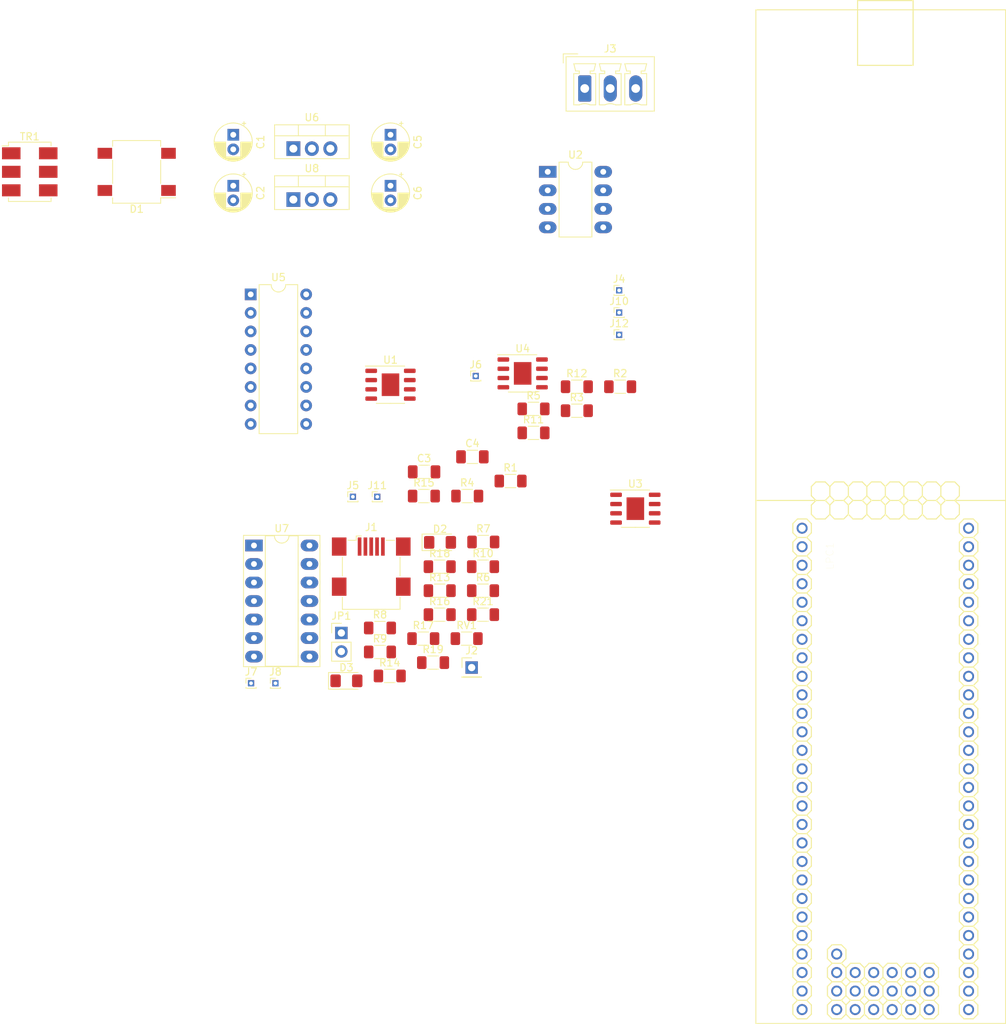
<source format=kicad_pcb>
(kicad_pcb (version 20171130) (host pcbnew "(5.1.10)-1")
  (layers (0 F.Cu signal) (31 B.Cu signal) (34 B.Paste user) (35 F.Paste user) (36 B.SilkS user) (37 F.SilkS user) (38 B.Mask user) (39 F.Mask user) (44 Edge.Cuts user))
  (net 0 "")
  (net 1 "Net-(C1-Pad1)")
  (net 2 GND)
  (net 3 "Net-(C2-Pad2)")
  (net 4 +5V)
  (net 5 -5V)
  (net 6 "Net-(D1-Pad3)")
  (net 7 "Net-(D1-Pad4)")
  (net 8 "Net-(D2-Pad1)")
  (net 9 "Net-(D2-Pad2)")
  (net 10 "Net-(J1-Pad1)")
  (net 11 "Net-(J1-Pad2)")
  (net 12 "Net-(J1-Pad3)")
  (net 13 "Net-(J1-Pad4)")
  (net 14 "Net-(J2-Pad1)")
  (net 15 "Net-(J3-Pad1)")
  (net 16 "Net-(J3-Pad2)")
  (net 17 "Net-(J3-Pad3)")
  (net 18 /salida_dac/I_IN)
  (net 19 /salida_dac/V_IN)
  (net 20 /salida_dac/VIN)
  (net 21 "Net-(J7-Pad1)")
  (net 22 "Net-(J8-Pad1)")
  (net 23 "Net-(JP1-Pad2)")
  (net 24 "Net-(R1-Pad2)")
  (net 25 "Net-(R1-Pad1)")
  (net 26 "Net-(R2-Pad1)")
  (net 27 "Net-(R3-Pad2)")
  (net 28 "Net-(R4-Pad1)")
  (net 29 "Net-(R13-Pad2)")
  (net 30 "Net-(R7-Pad1)")
  (net 31 /salida_dac/VOffset)
  (net 32 "Net-(R8-Pad2)")
  (net 33 "Net-(R14-Pad1)")
  (net 34 "Net-(R10-Pad2)")
  (net 35 "Net-(R11-Pad2)")
  (net 36 "Net-(R12-Pad2)")
  (net 37 "Net-(R15-Pad2)")
  (net 38 "Net-(R17-Pad1)")
  (net 39 "Net-(R18-Pad1)")
  (net 40 "Net-(R19-Pad2)")
  (net 41 "Net-(RV1-Pad2)")
  (net 42 "Net-(TR1-Pad1)")
  (net 43 "Net-(TR1-Pad3)")
  (net 44 "Net-(U1-Pad1)")
  (net 45 "Net-(U1-Pad5)")
  (net 46 "Net-(U1-Pad8)")
  (net 47 "Net-(U3-Pad8)")
  (net 48 "Net-(U3-Pad5)")
  (net 49 "Net-(U3-Pad1)")
  (net 50 "Net-(U4-Pad1)")
  (net 51 "Net-(U4-Pad5)")
  (net 52 "Net-(U4-Pad8)")
  (net 53 /salida_dac/gan_x1)
  (net 54 /salida_dac/gan_x5)
  (net 55 /salida_dac/gan_x10)
  (net 56 /salida_dac/gan_x0.1)
  (net 57 "Net-(LPC1-Pad3)")
  (net 58 "Net-(LPC1-Pad4)")
  (net 59 "Net-(LPC1-Pad5)")
  (net 60 "Net-(LPC1-Pad6)")
  (net 61 "Net-(LPC1-Pad7)")
  (net 62 "Net-(LPC1-Pad8)")
  (net 63 "Net-(LPC1-Pad9)")
  (net 64 "Net-(LPC1-Pad10)")
  (net 65 "Net-(LPC1-Pad11)")
  (net 66 "Net-(LPC1-Pad12)")
  (net 67 "Net-(LPC1-Pad13)")
  (net 68 "Net-(LPC1-Pad14)")
  (net 69 "Net-(LPC1-Pad17)")
  (net 70 "Net-(LPC1-Pad19)")
  (net 71 "Net-(LPC1-Pad20)")
  (net 72 "Net-(LPC1-Pad21)")
  (net 73 "Net-(LPC1-Pad22)")
  (net 74 "Net-(LPC1-Pad23)")
  (net 75 "Net-(LPC1-Pad24)")
  (net 76 "Net-(LPC1-Pad25)")
  (net 77 "Net-(LPC1-Pad26)")
  (net 78 "Net-(LPC1-Pad27)")
  (net 79 "Net-(LPC1-Pad28)")
  (net 80 "Net-(LPC1-Pad29)")
  (net 81 "Net-(LPC1-Pad30)")
  (net 82 "Net-(LPC1-Pad31)")
  (net 83 "Net-(LPC1-Pad32)")
  (net 84 "Net-(LPC1-Pad33)")
  (net 85 "Net-(LPC1-Pad34)")
  (net 86 "Net-(LPC1-Pad35)")
  (net 87 "Net-(LPC1-Pad38)")
  (net 88 "Net-(LPC1-Pad39)")
  (net 89 "Net-(LPC1-Pad40)")
  (net 90 "Net-(LPC1-Pad41)")
  (net 91 "Net-(LPC1-Pad42)")
  (net 92 "Net-(LPC1-Pad43)")
  (net 93 "Net-(LPC1-Pad44)")
  (net 94 "Net-(LPC1-Pad45)")
  (net 95 "Net-(LPC1-Pad46)")
  (net 96 "Net-(LPC1-Pad51)")
  (net 97 "Net-(LPC1-Pad52)")
  (net 98 "Net-(LPC1-Pad53)")
  (net 99 "Net-(LPC1-Pad55)")
  (net 100 "Net-(LPC1-Pad56)")
  (net 101 "Net-(LPC1-Pad57)")
  (net 102 "Net-(LPC1-Pad58)")
  (net 103 "Net-(LPC1-Pad59)")
  (net 104 "Net-(LPC1-Pad60)")
  (net 105 "Net-(LPC1-Pad61)")
  (net 106 "Net-(LPC1-Pad62)")
  (net 107 "Net-(LPC1-Pad63)")
  (net 108 "Net-(LPC1-Pad64)")
  (net 109 "Net-(LPC1-Pad65)")
  (net 110 "Net-(LPC1-Pad66)")
  (net 111 "Net-(LPC1-Pad67)")
  (net 112 "Net-(LPC1-Pad68)")
  (net 113 "Net-(LPC1-Pad69)")
  (net 114 "Net-(LPC1-Pad70)")
  (net 115 "Net-(LPC1-Pad71)")
  (net 116 "Net-(LPC1-Pad72)")
  (net 117 "Net-(LPC1-Pad73)")
  (module Capacitor_THT:CP_Radial_D5.0mm_P2.00mm (layer F.Cu) (at 110.49 33.02 270)
    (fp_text reference C1 (at 1 -3.75 90) (layer F.SilkS))
    (fp_text value 10uF)
    (pad 1 thru_hole rect (at 0 0 270) (size 1.6 1.6) (drill 0.8) (layers *.Cu *.Mask) (net 1 "Net-(C1-Pad1)"))
    (pad 2 thru_hole circle (at 2 0 270) (size 1.6 1.6) (drill 0.8) (layers *.Cu *.Mask) (net 2 GND))
  )
  (module Capacitor_THT:CP_Radial_D5.0mm_P2.00mm (layer F.Cu) (at 110.49 40.009888 270)
    (fp_text reference C2 (at 1 -3.75 90) (layer F.SilkS))
    (fp_text value 10uF)
    (pad 2 thru_hole circle (at 2 0 270) (size 1.6 1.6) (drill 0.8) (layers *.Cu *.Mask) (net 3 "Net-(C2-Pad2)"))
    (pad 1 thru_hole rect (at 0 0 270) (size 1.6 1.6) (drill 0.8) (layers *.Cu *.Mask) (net 2 GND))
  )
  (module Capacitor_SMD:C_1206_3216Metric_Pad1.33x1.80mm_HandSolder (layer F.Cu) (at 136.695001 79.265001)
    (fp_text reference C3 (at 0 -1.85) (layer F.SilkS))
    (fp_text value 100nF)
    (pad 1 smd roundrect (at -1.5625 0) (size 1.325 1.8) (layers F.Cu F.Paste F.Mask) (roundrect_rratio 0.188679) (net 1 "Net-(C1-Pad1)"))
    (pad 2 smd roundrect (at 1.5625 0) (size 1.325 1.8) (layers F.Cu F.Paste F.Mask) (roundrect_rratio 0.188679) (net 2 GND))
  )
  (module Capacitor_SMD:C_1206_3216Metric_Pad1.33x1.80mm_HandSolder (layer F.Cu) (at 143.325001 77.205001)
    (fp_text reference C4 (at 0 -1.85) (layer F.SilkS))
    (fp_text value 100nF)
    (pad 2 smd roundrect (at 1.5625 0) (size 1.325 1.8) (layers F.Cu F.Paste F.Mask) (roundrect_rratio 0.188679) (net 3 "Net-(C2-Pad2)"))
    (pad 1 smd roundrect (at -1.5625 0) (size 1.325 1.8) (layers F.Cu F.Paste F.Mask) (roundrect_rratio 0.188679) (net 2 GND))
  )
  (module Capacitor_THT:CP_Radial_D5.0mm_P2.00mm (layer F.Cu) (at 132.08 33.02 270)
    (fp_text reference C5 (at 1 -3.75 90) (layer F.SilkS))
    (fp_text value 10uF)
    (pad 1 thru_hole rect (at 0 0 270) (size 1.6 1.6) (drill 0.8) (layers *.Cu *.Mask) (net 4 +5V))
    (pad 2 thru_hole circle (at 2 0 270) (size 1.6 1.6) (drill 0.8) (layers *.Cu *.Mask) (net 2 GND))
  )
  (module Capacitor_THT:CP_Radial_D5.0mm_P2.00mm (layer F.Cu) (at 132.08 40.009888 270)
    (fp_text reference C6 (at 1 -3.75 90) (layer F.SilkS))
    (fp_text value 10uF)
    (pad 2 thru_hole circle (at 2 0 270) (size 1.6 1.6) (drill 0.8) (layers *.Cu *.Mask) (net 5 -5V))
    (pad 1 thru_hole rect (at 0 0 270) (size 1.6 1.6) (drill 0.8) (layers *.Cu *.Mask) (net 2 GND))
  )
  (module Diode_SMD:Diode_Bridge_Vishay_DFS (layer F.Cu) (at 97.23 38.11 180)
    (fp_text reference D1 (at 0 -5.1) (layer F.SilkS))
    (fp_text value D_Bridge_+-AA)
    (pad 1 smd rect (at -4.37 -2.55 180) (size 2 1.5) (layers F.Cu F.Paste F.Mask) (net 1 "Net-(C1-Pad1)"))
    (pad 2 smd rect (at -4.37 2.55 180) (size 2 1.5) (layers F.Cu F.Paste F.Mask) (net 3 "Net-(C2-Pad2)"))
    (pad 3 smd rect (at 4.37 2.55 180) (size 2 1.5) (layers F.Cu F.Paste F.Mask) (net 6 "Net-(D1-Pad3)"))
    (pad 4 smd rect (at 4.37 -2.55 180) (size 2 1.5) (layers F.Cu F.Paste F.Mask) (net 7 "Net-(D1-Pad4)"))
  )
  (module Diode_SMD:D_1206_3216Metric_Pad1.42x1.75mm_HandSolder (layer F.Cu) (at 138.880001 88.935001)
    (fp_text reference D2 (at 0 -1.82) (layer F.SilkS))
    (fp_text value 1N4007)
    (pad 1 smd roundrect (at -1.4875 0) (size 1.425 1.75) (layers F.Cu F.Paste F.Mask) (roundrect_rratio 0.175439) (net 8 "Net-(D2-Pad1)"))
    (pad 2 smd roundrect (at 1.4875 0) (size 1.425 1.75) (layers F.Cu F.Paste F.Mask) (roundrect_rratio 0.175439) (net 9 "Net-(D2-Pad2)"))
  )
  (module Diode_SMD:D_1206_3216Metric_Pad1.42x1.75mm_HandSolder (layer F.Cu) (at 126.030001 107.935001)
    (fp_text reference D3 (at 0 -1.82) (layer F.SilkS))
    (fp_text value 1N4007)
    (pad 2 smd roundrect (at 1.4875 0) (size 1.425 1.75) (layers F.Cu F.Paste F.Mask) (roundrect_rratio 0.175439) (net 8 "Net-(D2-Pad1)"))
    (pad 1 smd roundrect (at -1.4875 0) (size 1.425 1.75) (layers F.Cu F.Paste F.Mask) (roundrect_rratio 0.175439) (net 2 GND))
  )
  (module Connector_USB:USB_Mini-B_Wuerth_65100516121_Horizontal (layer F.Cu) (at 129.435001 92.115001)
    (fp_text reference J1 (at 0 -5.25) (layer F.SilkS))
    (fp_text value USB_B_Micro)
    (pad 6 smd rect (at -4.4 2.9) (size 2 2.5) (layers F.Cu F.Paste F.Mask) (net 2 GND))
    (pad 6 smd rect (at 4.4 2.9) (size 2 2.5) (layers F.Cu F.Paste F.Mask) (net 2 GND))
    (pad 6 smd rect (at -4.4 -2.6) (size 2 2.5) (layers F.Cu F.Paste F.Mask) (net 2 GND))
    (pad 6 smd rect (at 4.4 -2.6) (size 2 2.5) (layers F.Cu F.Paste F.Mask) (net 2 GND))
    (pad 1 smd rect (at -1.6 -2.6) (size 0.5 2.5) (layers F.Cu F.Paste F.Mask) (net 10 "Net-(J1-Pad1)"))
    (pad 2 smd rect (at -0.8 -2.6) (size 0.5 2.5) (layers F.Cu F.Paste F.Mask) (net 11 "Net-(J1-Pad2)"))
    (pad 3 smd rect (at 0 -2.6) (size 0.5 2.5) (layers F.Cu F.Paste F.Mask) (net 12 "Net-(J1-Pad3)"))
    (pad 4 smd rect (at 0.8 -2.6) (size 0.5 2.5) (layers F.Cu F.Paste F.Mask) (net 13 "Net-(J1-Pad4)"))
    (pad 5 smd rect (at 1.6 -2.6) (size 0.5 2.5) (layers F.Cu F.Paste F.Mask) (net 2 GND))
    (pad "" np_thru_hole circle (at -2.2 0) (size 0.9 0.9) (drill 0.9) (layers *.Cu *.Mask))
    (pad "" np_thru_hole circle (at 2.2 0) (size 0.9 0.9) (drill 0.9) (layers *.Cu *.Mask))
  )
  (module Connector_PinHeader_2.54mm:PinHeader_1x01_P2.54mm_Vertical (layer F.Cu) (at 143.225001 106.115001)
    (fp_text reference J2 (at 0 -2.33) (layer F.SilkS))
    (fp_text value test_DAC)
    (pad 1 thru_hole rect (at 0 0) (size 1.7 1.7) (drill 1) (layers *.Cu *.Mask) (net 14 "Net-(J2-Pad1)"))
  )
  (module Connector_Phoenix_MC:PhoenixContact_MCV_1,5_3-G-3.5_1x03_P3.50mm_Vertical (layer F.Cu) (at 158.75 26.67)
    (fp_text reference J3 (at 3.5 -5.45) (layer F.SilkS))
    (fp_text value Conn_01x03_Male)
    (pad 1 thru_hole roundrect (at 0 0) (size 1.8 3.6) (drill 1.2) (layers *.Cu *.Mask) (roundrect_rratio 0.138889) (net 15 "Net-(J3-Pad1)"))
    (pad 2 thru_hole oval (at 3.5 0) (size 1.8 3.6) (drill 1.2) (layers *.Cu *.Mask) (net 16 "Net-(J3-Pad2)"))
    (pad 3 thru_hole oval (at 7 0) (size 1.8 3.6) (drill 1.2) (layers *.Cu *.Mask) (net 17 "Net-(J3-Pad3)"))
  )
  (module Connector_PinHeader_1.00mm:PinHeader_1x01_P1.00mm_Vertical (layer F.Cu) (at 163.475001 54.365001)
    (fp_text reference J4 (at 0 -1.56) (layer F.SilkS))
    (fp_text value test_I)
    (pad 1 thru_hole rect (at 0 0) (size 0.85 0.85) (drill 0.5) (layers *.Cu *.Mask) (net 18 /salida_dac/I_IN))
  )
  (module Connector_PinHeader_1.00mm:PinHeader_1x01_P1.00mm_Vertical (layer F.Cu) (at 126.915001 82.685001)
    (fp_text reference J5 (at 0 -1.56) (layer F.SilkS))
    (fp_text value test_V)
    (pad 1 thru_hole rect (at 0 0) (size 0.85 0.85) (drill 0.5) (layers *.Cu *.Mask) (net 19 /salida_dac/V_IN))
  )
  (module Connector_PinHeader_1.00mm:PinHeader_1x01_P1.00mm_Vertical (layer F.Cu) (at 143.785001 66.115001)
    (fp_text reference J6 (at 0 -1.56) (layer F.SilkS))
    (fp_text value test_DAC)
    (pad 1 thru_hole rect (at 0 0) (size 0.85 0.85) (drill 0.5) (layers *.Cu *.Mask) (net 20 /salida_dac/VIN))
  )
  (module Connector_PinHeader_1.00mm:PinHeader_1x01_P1.00mm_Vertical (layer F.Cu) (at 112.935001 108.265001)
    (fp_text reference J7 (at 0 -1.56) (layer F.SilkS))
    (fp_text value test_I)
    (pad 1 thru_hole rect (at 0 0) (size 0.85 0.85) (drill 0.5) (layers *.Cu *.Mask) (net 21 "Net-(J7-Pad1)"))
  )
  (module Connector_PinHeader_1.00mm:PinHeader_1x01_P1.00mm_Vertical (layer F.Cu) (at 116.285001 108.265001)
    (fp_text reference J8 (at 0 -1.56) (layer F.SilkS))
    (fp_text value test_V)
    (pad 1 thru_hole rect (at 0 0) (size 0.85 0.85) (drill 0.5) (layers *.Cu *.Mask) (net 22 "Net-(J8-Pad1)"))
  )
  (module Connector_PinHeader_1.00mm:PinHeader_1x01_P1.00mm_Vertical (layer F.Cu) (at 163.475001 57.415001)
    (fp_text reference J10 (at 0 -1.56) (layer F.SilkS))
    (fp_text value test_GND)
    (pad 1 thru_hole rect (at 0 0) (size 0.85 0.85) (drill 0.5) (layers *.Cu *.Mask) (net 2 GND))
  )
  (module Connector_PinHeader_1.00mm:PinHeader_1x01_P1.00mm_Vertical (layer F.Cu) (at 130.265001 82.685001)
    (fp_text reference J11 (at 0 -1.56) (layer F.SilkS))
    (fp_text value test_GND)
    (pad 1 thru_hole rect (at 0 0) (size 0.85 0.85) (drill 0.5) (layers *.Cu *.Mask) (net 2 GND))
  )
  (module Connector_PinHeader_1.00mm:PinHeader_1x01_P1.00mm_Vertical (layer F.Cu) (at 163.475001 60.465001)
    (fp_text reference J12 (at 0 -1.56) (layer F.SilkS))
    (fp_text value test_GND)
    (pad 1 thru_hole rect (at 0 0) (size 0.85 0.85) (drill 0.5) (layers *.Cu *.Mask) (net 2 GND))
  )
  (module Connector_PinHeader_2.54mm:PinHeader_1x02_P2.54mm_Vertical (layer F.Cu) (at 125.335001 101.365001)
    (fp_text reference JP1 (at 0 -2.33) (layer F.SilkS))
    (fp_text value alimentacion_lpc)
    (pad 1 thru_hole rect (at 0 0) (size 1.7 1.7) (drill 1) (layers *.Cu *.Mask) (net 4 +5V))
    (pad 2 thru_hole oval (at 0 2.54) (size 1.7 1.7) (drill 1) (layers *.Cu *.Mask) (net 23 "Net-(JP1-Pad2)"))
  )
  (module Resistor_SMD:R_1206_3216Metric_Pad1.30x1.75mm_HandSolder (layer F.Cu) (at 148.565001 80.525001)
    (fp_text reference R1 (at 0 -1.82) (layer F.SilkS))
    (fp_text value 1K)
    (pad 2 smd roundrect (at 1.55 0) (size 1.3 1.75) (layers F.Cu F.Paste F.Mask) (roundrect_rratio 0.192308) (net 24 "Net-(R1-Pad2)"))
    (pad 1 smd roundrect (at -1.55 0) (size 1.3 1.75) (layers F.Cu F.Paste F.Mask) (roundrect_rratio 0.192308) (net 25 "Net-(R1-Pad1)"))
  )
  (module Resistor_SMD:R_1206_3216Metric_Pad1.30x1.75mm_HandSolder (layer F.Cu) (at 163.615001 67.585001)
    (fp_text reference R2 (at 0 -1.82) (layer F.SilkS))
    (fp_text value 100K)
    (pad 1 smd roundrect (at -1.55 0) (size 1.3 1.75) (layers F.Cu F.Paste F.Mask) (roundrect_rratio 0.192308) (net 26 "Net-(R2-Pad1)"))
    (pad 2 smd roundrect (at 1.55 0) (size 1.3 1.75) (layers F.Cu F.Paste F.Mask) (roundrect_rratio 0.192308) (net 20 /salida_dac/VIN))
  )
  (module Resistor_SMD:R_1206_3216Metric_Pad1.30x1.75mm_HandSolder (layer F.Cu) (at 157.665001 70.875001)
    (fp_text reference R3 (at 0 -1.82) (layer F.SilkS))
    (fp_text value 100K)
    (pad 2 smd roundrect (at 1.55 0) (size 1.3 1.75) (layers F.Cu F.Paste F.Mask) (roundrect_rratio 0.192308) (net 27 "Net-(R3-Pad2)"))
    (pad 1 smd roundrect (at -1.55 0) (size 1.3 1.75) (layers F.Cu F.Paste F.Mask) (roundrect_rratio 0.192308) (net 26 "Net-(R2-Pad1)"))
  )
  (module Resistor_SMD:R_1206_3216Metric_Pad1.30x1.75mm_HandSolder (layer F.Cu) (at 142.615001 82.585001)
    (fp_text reference R4 (at 0 -1.82) (layer F.SilkS))
    (fp_text value 10K)
    (pad 1 smd roundrect (at -1.55 0) (size 1.3 1.75) (layers F.Cu F.Paste F.Mask) (roundrect_rratio 0.192308) (net 28 "Net-(R4-Pad1)"))
    (pad 2 smd roundrect (at 1.55 0) (size 1.3 1.75) (layers F.Cu F.Paste F.Mask) (roundrect_rratio 0.192308) (net 25 "Net-(R1-Pad1)"))
  )
  (module Resistor_SMD:R_1206_3216Metric_Pad1.30x1.75mm_HandSolder (layer F.Cu) (at 151.715001 70.625001)
    (fp_text reference R5 (at 0 -1.82) (layer F.SilkS))
    (fp_text value 6K8)
    (pad 2 smd roundrect (at 1.55 0) (size 1.3 1.75) (layers F.Cu F.Paste F.Mask) (roundrect_rratio 0.192308) (net 28 "Net-(R4-Pad1)"))
    (pad 1 smd roundrect (at -1.55 0) (size 1.3 1.75) (layers F.Cu F.Paste F.Mask) (roundrect_rratio 0.192308) (net 15 "Net-(J3-Pad1)"))
  )
  (module Resistor_SMD:R_1206_3216Metric_Pad1.30x1.75mm_HandSolder (layer F.Cu) (at 144.785001 95.565001)
    (fp_text reference R6 (at 0 -1.82) (layer F.SilkS))
    (fp_text value 10K)
    (pad 2 smd roundrect (at 1.55 0) (size 1.3 1.75) (layers F.Cu F.Paste F.Mask) (roundrect_rratio 0.192308) (net 14 "Net-(J2-Pad1)"))
    (pad 1 smd roundrect (at -1.55 0) (size 1.3 1.75) (layers F.Cu F.Paste F.Mask) (roundrect_rratio 0.192308) (net 29 "Net-(R13-Pad2)"))
  )
  (module Resistor_SMD:R_1206_3216Metric_Pad1.30x1.75mm_HandSolder (layer F.Cu) (at 144.825001 88.885001)
    (fp_text reference R7 (at 0 -1.82) (layer F.SilkS))
    (fp_text value 10K)
    (pad 1 smd roundrect (at -1.55 0) (size 1.3 1.75) (layers F.Cu F.Paste F.Mask) (roundrect_rratio 0.192308) (net 30 "Net-(R7-Pad1)"))
    (pad 2 smd roundrect (at 1.55 0) (size 1.3 1.75) (layers F.Cu F.Paste F.Mask) (roundrect_rratio 0.192308) (net 31 /salida_dac/VOffset))
  )
  (module Resistor_SMD:R_1206_3216Metric_Pad1.30x1.75mm_HandSolder (layer F.Cu) (at 130.635001 100.685001)
    (fp_text reference R8 (at 0 -1.82) (layer F.SilkS))
    (fp_text value 10K)
    (pad 1 smd roundrect (at -1.55 0) (size 1.3 1.75) (layers F.Cu F.Paste F.Mask) (roundrect_rratio 0.192308) (net 31 /salida_dac/VOffset))
    (pad 2 smd roundrect (at 1.55 0) (size 1.3 1.75) (layers F.Cu F.Paste F.Mask) (roundrect_rratio 0.192308) (net 32 "Net-(R8-Pad2)"))
  )
  (module Resistor_SMD:R_1206_3216Metric_Pad1.30x1.75mm_HandSolder (layer F.Cu) (at 130.635001 103.975001)
    (fp_text reference R9 (at 0 -1.82) (layer F.SilkS))
    (fp_text value 10K)
    (pad 1 smd roundrect (at -1.55 0) (size 1.3 1.75) (layers F.Cu F.Paste F.Mask) (roundrect_rratio 0.192308) (net 33 "Net-(R14-Pad1)"))
    (pad 2 smd roundrect (at 1.55 0) (size 1.3 1.75) (layers F.Cu F.Paste F.Mask) (roundrect_rratio 0.192308) (net 21 "Net-(J7-Pad1)"))
  )
  (module Resistor_SMD:R_1206_3216Metric_Pad1.30x1.75mm_HandSolder (layer F.Cu) (at 144.785001 92.275001)
    (fp_text reference R10 (at 0 -1.82) (layer F.SilkS))
    (fp_text value 1K)
    (pad 2 smd roundrect (at 1.55 0) (size 1.3 1.75) (layers F.Cu F.Paste F.Mask) (roundrect_rratio 0.192308) (net 34 "Net-(R10-Pad2)"))
    (pad 1 smd roundrect (at -1.55 0) (size 1.3 1.75) (layers F.Cu F.Paste F.Mask) (roundrect_rratio 0.192308) (net 31 /salida_dac/VOffset))
  )
  (module Resistor_SMD:R_1206_3216Metric_Pad1.30x1.75mm_HandSolder (layer F.Cu) (at 151.715001 73.915001)
    (fp_text reference R11 (at 0 -1.82) (layer F.SilkS))
    (fp_text value 100K)
    (pad 2 smd roundrect (at 1.55 0) (size 1.3 1.75) (layers F.Cu F.Paste F.Mask) (roundrect_rratio 0.192308) (net 35 "Net-(R11-Pad2)"))
    (pad 1 smd roundrect (at -1.55 0) (size 1.3 1.75) (layers F.Cu F.Paste F.Mask) (roundrect_rratio 0.192308) (net 25 "Net-(R1-Pad1)"))
  )
  (module Resistor_SMD:R_1206_3216Metric_Pad1.30x1.75mm_HandSolder (layer F.Cu) (at 157.665001 67.585001)
    (fp_text reference R12 (at 0 -1.82) (layer F.SilkS))
    (fp_text value 4K7)
    (pad 1 smd roundrect (at -1.55 0) (size 1.3 1.75) (layers F.Cu F.Paste F.Mask) (roundrect_rratio 0.192308) (net 25 "Net-(R1-Pad1)"))
    (pad 2 smd roundrect (at 1.55 0) (size 1.3 1.75) (layers F.Cu F.Paste F.Mask) (roundrect_rratio 0.192308) (net 36 "Net-(R12-Pad2)"))
  )
  (module Resistor_SMD:R_1206_3216Metric_Pad1.30x1.75mm_HandSolder (layer F.Cu) (at 138.835001 95.565001)
    (fp_text reference R13 (at 0 -1.82) (layer F.SilkS))
    (fp_text value 5K6)
    (pad 2 smd roundrect (at 1.55 0) (size 1.3 1.75) (layers F.Cu F.Paste F.Mask) (roundrect_rratio 0.192308) (net 29 "Net-(R13-Pad2)"))
    (pad 1 smd roundrect (at -1.55 0) (size 1.3 1.75) (layers F.Cu F.Paste F.Mask) (roundrect_rratio 0.192308) (net 20 /salida_dac/VIN))
  )
  (module Resistor_SMD:R_1206_3216Metric_Pad1.30x1.75mm_HandSolder (layer F.Cu) (at 131.975001 107.265001)
    (fp_text reference R14 (at 0 -1.82) (layer F.SilkS))
    (fp_text value 10K)
    (pad 2 smd roundrect (at 1.55 0) (size 1.3 1.75) (layers F.Cu F.Paste F.Mask) (roundrect_rratio 0.192308) (net 18 /salida_dac/I_IN))
    (pad 1 smd roundrect (at -1.55 0) (size 1.3 1.75) (layers F.Cu F.Paste F.Mask) (roundrect_rratio 0.192308) (net 33 "Net-(R14-Pad1)"))
  )
  (module Resistor_SMD:R_1206_3216Metric_Pad1.30x1.75mm_HandSolder (layer F.Cu) (at 136.665001 82.585001)
    (fp_text reference R15 (at 0 -1.82) (layer F.SilkS))
    (fp_text value 10K)
    (pad 1 smd roundrect (at -1.55 0) (size 1.3 1.75) (layers F.Cu F.Paste F.Mask) (roundrect_rratio 0.192308) (net 25 "Net-(R1-Pad1)"))
    (pad 2 smd roundrect (at 1.55 0) (size 1.3 1.75) (layers F.Cu F.Paste F.Mask) (roundrect_rratio 0.192308) (net 37 "Net-(R15-Pad2)"))
  )
  (module Resistor_SMD:R_1206_3216Metric_Pad1.30x1.75mm_HandSolder (layer F.Cu) (at 138.835001 98.855001)
    (fp_text reference R16 (at 0 -1.82) (layer F.SilkS))
    (fp_text value 5K6)
    (pad 1 smd roundrect (at -1.55 0) (size 1.3 1.75) (layers F.Cu F.Paste F.Mask) (roundrect_rratio 0.192308) (net 9 "Net-(D2-Pad2)"))
    (pad 2 smd roundrect (at 1.55 0) (size 1.3 1.75) (layers F.Cu F.Paste F.Mask) (roundrect_rratio 0.192308) (net 4 +5V))
  )
  (module Resistor_SMD:R_1206_3216Metric_Pad1.30x1.75mm_HandSolder (layer F.Cu) (at 136.585001 102.145001)
    (fp_text reference R17 (at 0 -1.82) (layer F.SilkS))
    (fp_text value 4K7)
    (pad 1 smd roundrect (at -1.55 0) (size 1.3 1.75) (layers F.Cu F.Paste F.Mask) (roundrect_rratio 0.192308) (net 38 "Net-(R17-Pad1)"))
    (pad 2 smd roundrect (at 1.55 0) (size 1.3 1.75) (layers F.Cu F.Paste F.Mask) (roundrect_rratio 0.192308) (net 9 "Net-(D2-Pad2)"))
  )
  (module Resistor_SMD:R_1206_3216Metric_Pad1.30x1.75mm_HandSolder (layer F.Cu) (at 138.835001 92.275001)
    (fp_text reference R18 (at 0 -1.82) (layer F.SilkS))
    (fp_text value 10K)
    (pad 1 smd roundrect (at -1.55 0) (size 1.3 1.75) (layers F.Cu F.Paste F.Mask) (roundrect_rratio 0.192308) (net 39 "Net-(R18-Pad1)"))
    (pad 2 smd roundrect (at 1.55 0) (size 1.3 1.75) (layers F.Cu F.Paste F.Mask) (roundrect_rratio 0.192308) (net 22 "Net-(J8-Pad1)"))
  )
  (module Resistor_SMD:R_1206_3216Metric_Pad1.30x1.75mm_HandSolder (layer F.Cu) (at 137.925001 105.435001)
    (fp_text reference R19 (at 0 -1.82) (layer F.SilkS))
    (fp_text value 5K6)
    (pad 2 smd roundrect (at 1.55 0) (size 1.3 1.75) (layers F.Cu F.Paste F.Mask) (roundrect_rratio 0.192308) (net 40 "Net-(R19-Pad2)"))
    (pad 1 smd roundrect (at -1.55 0) (size 1.3 1.75) (layers F.Cu F.Paste F.Mask) (roundrect_rratio 0.192308) (net 2 GND))
  )
  (module Resistor_SMD:R_1206_3216Metric_Pad1.30x1.75mm_HandSolder (layer F.Cu) (at 144.785001 98.855001)
    (fp_text reference R21 (at 0 -1.82) (layer F.SilkS))
    (fp_text value 1K)
    (pad 2 smd roundrect (at 1.55 0) (size 1.3 1.75) (layers F.Cu F.Paste F.Mask) (roundrect_rratio 0.192308) (net 19 /salida_dac/V_IN))
    (pad 1 smd roundrect (at -1.55 0) (size 1.3 1.75) (layers F.Cu F.Paste F.Mask) (roundrect_rratio 0.192308) (net 39 "Net-(R18-Pad1)"))
  )
  (module Resistor_SMD:R_1206_3216Metric_Pad1.30x1.75mm_HandSolder (layer F.Cu) (at 142.535001 102.145001)
    (fp_text reference RV1 (at 0 -1.82) (layer F.SilkS))
    (fp_text value 10K)
    (pad 1 smd roundrect (at -1.55 0) (size 1.3 1.75) (layers F.Cu F.Paste F.Mask) (roundrect_rratio 0.192308) (net 38 "Net-(R17-Pad1)"))
    (pad 2 smd roundrect (at 1.55 0) (size 1.3 1.75) (layers F.Cu F.Paste F.Mask) (roundrect_rratio 0.192308) (net 41 "Net-(RV1-Pad2)"))
  )
  (module RF_Mini-Circuits:Mini-Circuits_CD637_H5.23mm (layer F.Cu) (at 82.55 38.1)
    (fp_text reference TR1 (at 0 -4.826) (layer F.SilkS))
    (fp_text value ADT2-71T)
    (pad 1 smd rect (at -2.54 -2.54) (size 2.54 1.65) (layers F.Cu F.Paste F.Mask) (net 42 "Net-(TR1-Pad1)"))
    (pad 2 smd rect (at -2.54 0) (size 2.54 1.65) (layers F.Cu F.Paste F.Mask))
    (pad 3 smd rect (at -2.54 2.54) (size 2.54 1.65) (layers F.Cu F.Paste F.Mask) (net 43 "Net-(TR1-Pad3)"))
    (pad 4 smd rect (at 2.54 2.54) (size 2.54 1.65) (layers F.Cu F.Paste F.Mask) (net 6 "Net-(D1-Pad3)"))
    (pad 5 smd rect (at 2.54 0) (size 2.54 1.65) (layers F.Cu F.Paste F.Mask) (net 2 GND))
    (pad 6 smd rect (at 2.54 -2.54) (size 2.54 1.65) (layers F.Cu F.Paste F.Mask) (net 7 "Net-(D1-Pad4)"))
  )
  (module Package_SO:HSOP-8-1EP_3.9x4.9mm_P1.27mm_EP2.41x3.1mm (layer F.Cu) (at 132.08 67.31)
    (fp_text reference U1 (at 0 -3.4) (layer F.SilkS))
    (fp_text value OP77)
    (pad 1 smd roundrect (at -2.65 -1.905) (size 1.6 0.6) (layers F.Cu F.Paste F.Mask) (net 44 "Net-(U1-Pad1)"))
    (pad 2 smd roundrect (at -2.65 -0.635) (size 1.6 0.6) (layers F.Cu F.Paste F.Mask) (net 25 "Net-(R1-Pad1)"))
    (pad 3 smd roundrect (at -2.65 0.635) (size 1.6 0.6) (layers F.Cu F.Paste F.Mask) (net 2 GND))
    (pad 4 smd roundrect (at -2.65 1.905) (size 1.6 0.6) (layers F.Cu F.Paste F.Mask) (net 5 -5V))
    (pad 5 smd roundrect (at 2.65 1.905) (size 1.6 0.6) (layers F.Cu F.Paste F.Mask) (net 45 "Net-(U1-Pad5)"))
    (pad 6 smd roundrect (at 2.65 0.635) (size 1.6 0.6) (layers F.Cu F.Paste F.Mask) (net 18 /salida_dac/I_IN))
    (pad 7 smd roundrect (at 2.65 -0.635) (size 1.6 0.6) (layers F.Cu F.Paste F.Mask) (net 4 +5V))
    (pad 8 smd roundrect (at 2.65 -1.905) (size 1.6 0.6) (layers F.Cu F.Paste F.Mask) (net 46 "Net-(U1-Pad8)"))
    (pad 9 smd rect (at 0 0) (size 2.41 3.1) (layers F.Cu F.Mask))
  )
  (module Package_DIP:DIP-8_W7.62mm_LongPads (layer F.Cu) (at 153.67 38.1)
    (fp_text reference U2 (at 3.81 -2.33) (layer F.SilkS))
    (fp_text value TL082)
    (pad 1 thru_hole rect (at 0 0) (size 2.4 1.6) (drill 0.8) (layers *.Cu *.Mask) (net 27 "Net-(R3-Pad2)"))
    (pad 5 thru_hole oval (at 7.62 7.62) (size 2.4 1.6) (drill 0.8) (layers *.Cu *.Mask) (net 27 "Net-(R3-Pad2)"))
    (pad 2 thru_hole oval (at 0 2.54) (size 2.4 1.6) (drill 0.8) (layers *.Cu *.Mask) (net 27 "Net-(R3-Pad2)"))
    (pad 6 thru_hole oval (at 7.62 5.08) (size 2.4 1.6) (drill 0.8) (layers *.Cu *.Mask) (net 19 /salida_dac/V_IN))
    (pad 3 thru_hole oval (at 0 5.08) (size 2.4 1.6) (drill 0.8) (layers *.Cu *.Mask) (net 16 "Net-(J3-Pad2)"))
    (pad 7 thru_hole oval (at 7.62 2.54) (size 2.4 1.6) (drill 0.8) (layers *.Cu *.Mask) (net 19 /salida_dac/V_IN))
    (pad 4 thru_hole oval (at 0 7.62) (size 2.4 1.6) (drill 0.8) (layers *.Cu *.Mask) (net 5 -5V))
    (pad 8 thru_hole oval (at 7.62 0) (size 2.4 1.6) (drill 0.8) (layers *.Cu *.Mask) (net 4 +5V))
  )
  (module Package_SO:HSOP-8-1EP_3.9x4.9mm_P1.27mm_EP2.41x3.1mm (layer F.Cu) (at 165.7 84.315)
    (fp_text reference U3 (at 0 -3.4) (layer F.SilkS))
    (fp_text value OP77)
    (pad 9 smd rect (at 0 0) (size 2.41 3.1) (layers F.Cu F.Mask))
    (pad 8 smd roundrect (at 2.65 -1.905) (size 1.6 0.6) (layers F.Cu F.Paste F.Mask) (net 47 "Net-(U3-Pad8)"))
    (pad 7 smd roundrect (at 2.65 -0.635) (size 1.6 0.6) (layers F.Cu F.Paste F.Mask) (net 4 +5V))
    (pad 6 smd roundrect (at 2.65 0.635) (size 1.6 0.6) (layers F.Cu F.Paste F.Mask) (net 17 "Net-(J3-Pad3)"))
    (pad 5 smd roundrect (at 2.65 1.905) (size 1.6 0.6) (layers F.Cu F.Paste F.Mask) (net 48 "Net-(U3-Pad5)"))
    (pad 4 smd roundrect (at -2.65 1.905) (size 1.6 0.6) (layers F.Cu F.Paste F.Mask) (net 5 -5V))
    (pad 3 smd roundrect (at -2.65 0.635) (size 1.6 0.6) (layers F.Cu F.Paste F.Mask) (net 2 GND))
    (pad 2 smd roundrect (at -2.65 -0.635) (size 1.6 0.6) (layers F.Cu F.Paste F.Mask) (net 26 "Net-(R2-Pad1)"))
    (pad 1 smd roundrect (at -2.65 -1.905) (size 1.6 0.6) (layers F.Cu F.Paste F.Mask) (net 49 "Net-(U3-Pad1)"))
  )
  (module Package_SO:HSOP-8-1EP_3.9x4.9mm_P1.27mm_EP2.41x3.1mm (layer F.Cu) (at 150.225001 65.755001)
    (fp_text reference U4 (at 0 -3.4) (layer F.SilkS))
    (fp_text value OP77)
    (pad 1 smd roundrect (at -2.65 -1.905) (size 1.6 0.6) (layers F.Cu F.Paste F.Mask) (net 50 "Net-(U4-Pad1)"))
    (pad 2 smd roundrect (at -2.65 -0.635) (size 1.6 0.6) (layers F.Cu F.Paste F.Mask) (net 15 "Net-(J3-Pad1)"))
    (pad 3 smd roundrect (at -2.65 0.635) (size 1.6 0.6) (layers F.Cu F.Paste F.Mask) (net 2 GND))
    (pad 4 smd roundrect (at -2.65 1.905) (size 1.6 0.6) (layers F.Cu F.Paste F.Mask) (net 5 -5V))
    (pad 5 smd roundrect (at 2.65 1.905) (size 1.6 0.6) (layers F.Cu F.Paste F.Mask) (net 51 "Net-(U4-Pad5)"))
    (pad 6 smd roundrect (at 2.65 0.635) (size 1.6 0.6) (layers F.Cu F.Paste F.Mask) (net 28 "Net-(R4-Pad1)"))
    (pad 7 smd roundrect (at 2.65 -0.635) (size 1.6 0.6) (layers F.Cu F.Paste F.Mask) (net 4 +5V))
    (pad 8 smd roundrect (at 2.65 -1.905) (size 1.6 0.6) (layers F.Cu F.Paste F.Mask) (net 52 "Net-(U4-Pad8)"))
    (pad 9 smd rect (at 0 0) (size 2.41 3.1) (layers F.Cu F.Mask))
  )
  (module Package_DIP:DIP-16_W7.62mm (layer F.Cu) (at 112.885001 54.915001)
    (fp_text reference U5 (at 3.81 -2.33) (layer F.SilkS))
    (fp_text value 4316)
    (pad 1 thru_hole rect (at 0 0) (size 1.6 1.6) (drill 0.8) (layers *.Cu *.Mask) (net 24 "Net-(R1-Pad2)"))
    (pad 9 thru_hole oval (at 7.62 17.78) (size 1.6 1.6) (drill 0.8) (layers *.Cu *.Mask) (net 5 -5V))
    (pad 2 thru_hole oval (at 0 2.54) (size 1.6 1.6) (drill 0.8) (layers *.Cu *.Mask) (net 18 /salida_dac/I_IN))
    (pad 10 thru_hole oval (at 7.62 15.24) (size 1.6 1.6) (drill 0.8) (layers *.Cu *.Mask) (net 36 "Net-(R12-Pad2)"))
    (pad 3 thru_hole oval (at 0 5.08) (size 1.6 1.6) (drill 0.8) (layers *.Cu *.Mask) (net 18 /salida_dac/I_IN))
    (pad 11 thru_hole oval (at 7.62 12.7) (size 1.6 1.6) (drill 0.8) (layers *.Cu *.Mask) (net 18 /salida_dac/I_IN))
    (pad 4 thru_hole oval (at 0 7.62) (size 1.6 1.6) (drill 0.8) (layers *.Cu *.Mask) (net 37 "Net-(R15-Pad2)"))
    (pad 12 thru_hole oval (at 7.62 10.16) (size 1.6 1.6) (drill 0.8) (layers *.Cu *.Mask) (net 18 /salida_dac/I_IN))
    (pad 5 thru_hole oval (at 0 10.16) (size 1.6 1.6) (drill 0.8) (layers *.Cu *.Mask) (net 53 /salida_dac/gan_x1))
    (pad 13 thru_hole oval (at 7.62 7.62) (size 1.6 1.6) (drill 0.8) (layers *.Cu *.Mask) (net 35 "Net-(R11-Pad2)"))
    (pad 6 thru_hole oval (at 0 12.7) (size 1.6 1.6) (drill 0.8) (layers *.Cu *.Mask) (net 54 /salida_dac/gan_x5))
    (pad 14 thru_hole oval (at 7.62 5.08) (size 1.6 1.6) (drill 0.8) (layers *.Cu *.Mask) (net 55 /salida_dac/gan_x10))
    (pad 7 thru_hole oval (at 0 15.24) (size 1.6 1.6) (drill 0.8) (layers *.Cu *.Mask) (net 2 GND))
    (pad 15 thru_hole oval (at 7.62 2.54) (size 1.6 1.6) (drill 0.8) (layers *.Cu *.Mask) (net 56 /salida_dac/gan_x0.1))
    (pad 8 thru_hole oval (at 0 17.78) (size 1.6 1.6) (drill 0.8) (layers *.Cu *.Mask) (net 2 GND))
    (pad 16 thru_hole oval (at 7.62 0) (size 1.6 1.6) (drill 0.8) (layers *.Cu *.Mask) (net 4 +5V))
  )
  (module Package_TO_SOT_THT:TO-220-3_Vertical (layer F.Cu) (at 118.745 34.920112)
    (fp_text reference U6 (at 2.54 -4.27) (layer F.SilkS))
    (fp_text value L7805)
    (pad 3 thru_hole oval (at 5.08 0) (size 1.905 2) (drill 1.1) (layers *.Cu *.Mask) (net 4 +5V))
    (pad 2 thru_hole oval (at 2.54 0) (size 1.905 2) (drill 1.1) (layers *.Cu *.Mask) (net 2 GND))
    (pad 1 thru_hole rect (at 0 0) (size 1.905 2) (drill 1.1) (layers *.Cu *.Mask) (net 1 "Net-(C1-Pad1)"))
  )
  (module Package_DIP:DIP-14_W7.62mm_Socket_LongPads (layer F.Cu) (at 113.335001 89.365001)
    (fp_text reference U7 (at 3.81 -2.33) (layer F.SilkS))
    (fp_text value TL064)
    (pad 1 thru_hole rect (at 0 0) (size 2.4 1.6) (drill 0.8) (layers *.Cu *.Mask) (net 20 /salida_dac/VIN))
    (pad 8 thru_hole oval (at 7.62 15.24) (size 2.4 1.6) (drill 0.8) (layers *.Cu *.Mask) (net 21 "Net-(J7-Pad1)"))
    (pad 2 thru_hole oval (at 0 2.54) (size 2.4 1.6) (drill 0.8) (layers *.Cu *.Mask) (net 29 "Net-(R13-Pad2)"))
    (pad 9 thru_hole oval (at 7.62 12.7) (size 2.4 1.6) (drill 0.8) (layers *.Cu *.Mask) (net 33 "Net-(R14-Pad1)"))
    (pad 3 thru_hole oval (at 0 5.08) (size 2.4 1.6) (drill 0.8) (layers *.Cu *.Mask) (net 30 "Net-(R7-Pad1)"))
    (pad 10 thru_hole oval (at 7.62 10.16) (size 2.4 1.6) (drill 0.8) (layers *.Cu *.Mask) (net 32 "Net-(R8-Pad2)"))
    (pad 4 thru_hole oval (at 0 7.62) (size 2.4 1.6) (drill 0.8) (layers *.Cu *.Mask) (net 4 +5V))
    (pad 11 thru_hole oval (at 7.62 7.62) (size 2.4 1.6) (drill 0.8) (layers *.Cu *.Mask) (net 5 -5V))
    (pad 5 thru_hole oval (at 0 10.16) (size 2.4 1.6) (drill 0.8) (layers *.Cu *.Mask) (net 34 "Net-(R10-Pad2)"))
    (pad 12 thru_hole oval (at 7.62 5.08) (size 2.4 1.6) (drill 0.8) (layers *.Cu *.Mask) (net 41 "Net-(RV1-Pad2)"))
    (pad 6 thru_hole oval (at 0 12.7) (size 2.4 1.6) (drill 0.8) (layers *.Cu *.Mask) (net 39 "Net-(R18-Pad1)"))
    (pad 13 thru_hole oval (at 7.62 2.54) (size 2.4 1.6) (drill 0.8) (layers *.Cu *.Mask) (net 31 /salida_dac/VOffset))
    (pad 7 thru_hole oval (at 0 15.24) (size 2.4 1.6) (drill 0.8) (layers *.Cu *.Mask) (net 22 "Net-(J8-Pad1)"))
    (pad 14 thru_hole oval (at 7.62 0) (size 2.4 1.6) (drill 0.8) (layers *.Cu *.Mask) (net 31 /salida_dac/VOffset))
  )
  (module Package_TO_SOT_THT:TO-220-3_Vertical (layer F.Cu) (at 118.745 41.91)
    (fp_text reference U8 (at 2.54 -4.27) (layer F.SilkS))
    (fp_text value L7905)
    (pad 1 thru_hole rect (at 0 0) (size 1.905 2) (drill 1.1) (layers *.Cu *.Mask) (net 2 GND))
    (pad 2 thru_hole oval (at 2.54 0) (size 1.905 2) (drill 1.1) (layers *.Cu *.Mask) (net 3 "Net-(C2-Pad2)"))
    (pad 3 thru_hole oval (at 5.08 0) (size 1.905 2) (drill 1.1) (layers *.Cu *.Mask) (net 5 -5V))
  )
  (module kicadv2:LPCXPRESSO_LPC1769 (layer F.Cu) (at 194.31 53.34 270)
    (fp_text reference LPC1 (at 37.465 1.905 90) (layer F.SilkS) (effects (font (thickness 0.015))))
    (fp_text value LPCXPRESSO_LPC1769)
    (pad 1 thru_hole circle (at 33.655 5.715 270) (size 1.508 1.508) (drill 1) (layers *.Cu *.Mask) (net 2 GND))
    (pad 2 thru_hole circle (at 36.195 5.715 270) (size 1.508 1.508) (drill 1) (layers *.Cu *.Mask) (net 23 "Net-(JP1-Pad2)"))
    (pad 3 thru_hole circle (at 38.735 5.715 270) (size 1.508 1.508) (drill 1) (layers *.Cu *.Mask) (net 57 "Net-(LPC1-Pad3)"))
    (pad 4 thru_hole circle (at 41.275 5.715 270) (size 1.508 1.508) (drill 1) (layers *.Cu *.Mask) (net 58 "Net-(LPC1-Pad4)"))
    (pad 5 thru_hole circle (at 43.815 5.715 270) (size 1.508 1.508) (drill 1) (layers *.Cu *.Mask) (net 59 "Net-(LPC1-Pad5)"))
    (pad 6 thru_hole circle (at 46.355 5.715 270) (size 1.508 1.508) (drill 1) (layers *.Cu *.Mask) (net 60 "Net-(LPC1-Pad6)"))
    (pad 7 thru_hole circle (at 48.895 5.715 270) (size 1.508 1.508) (drill 1) (layers *.Cu *.Mask) (net 61 "Net-(LPC1-Pad7)"))
    (pad 8 thru_hole circle (at 51.435 5.715 270) (size 1.508 1.508) (drill 1) (layers *.Cu *.Mask) (net 62 "Net-(LPC1-Pad8)"))
    (pad 9 thru_hole circle (at 53.975 5.715 270) (size 1.508 1.508) (drill 1) (layers *.Cu *.Mask) (net 63 "Net-(LPC1-Pad9)"))
    (pad 10 thru_hole circle (at 56.515 5.715 270) (size 1.508 1.508) (drill 1) (layers *.Cu *.Mask) (net 64 "Net-(LPC1-Pad10)"))
    (pad 11 thru_hole circle (at 59.055 5.715 270) (size 1.508 1.508) (drill 1) (layers *.Cu *.Mask) (net 65 "Net-(LPC1-Pad11)"))
    (pad 12 thru_hole circle (at 61.595 5.715 270) (size 1.508 1.508) (drill 1) (layers *.Cu *.Mask) (net 66 "Net-(LPC1-Pad12)"))
    (pad 13 thru_hole circle (at 64.135 5.715 270) (size 1.508 1.508) (drill 1) (layers *.Cu *.Mask) (net 67 "Net-(LPC1-Pad13)"))
    (pad 14 thru_hole circle (at 66.675 5.715 270) (size 1.508 1.508) (drill 1) (layers *.Cu *.Mask) (net 68 "Net-(LPC1-Pad14)"))
    (pad 15 thru_hole circle (at 69.215 5.715 270) (size 1.508 1.508) (drill 1) (layers *.Cu *.Mask) (net 21 "Net-(J7-Pad1)"))
    (pad 16 thru_hole circle (at 71.755 5.715 270) (size 1.508 1.508) (drill 1) (layers *.Cu *.Mask) (net 22 "Net-(J8-Pad1)"))
    (pad 17 thru_hole circle (at 74.295 5.715 270) (size 1.508 1.508) (drill 1) (layers *.Cu *.Mask) (net 69 "Net-(LPC1-Pad17)"))
    (pad 18 thru_hole circle (at 76.835 5.715 270) (size 1.508 1.508) (drill 1) (layers *.Cu *.Mask) (net 14 "Net-(J2-Pad1)"))
    (pad 19 thru_hole circle (at 79.375 5.715 270) (size 1.508 1.508) (drill 1) (layers *.Cu *.Mask) (net 70 "Net-(LPC1-Pad19)"))
    (pad 20 thru_hole circle (at 81.915 5.715 270) (size 1.508 1.508) (drill 1) (layers *.Cu *.Mask) (net 71 "Net-(LPC1-Pad20)"))
    (pad 21 thru_hole circle (at 84.455 5.715 270) (size 1.508 1.508) (drill 1) (layers *.Cu *.Mask) (net 72 "Net-(LPC1-Pad21)"))
    (pad 22 thru_hole circle (at 86.995 5.715 270) (size 1.508 1.508) (drill 1) (layers *.Cu *.Mask) (net 73 "Net-(LPC1-Pad22)"))
    (pad 23 thru_hole circle (at 89.535 5.715 270) (size 1.508 1.508) (drill 1) (layers *.Cu *.Mask) (net 74 "Net-(LPC1-Pad23)"))
    (pad 24 thru_hole circle (at 92.075 5.715 270) (size 1.508 1.508) (drill 1) (layers *.Cu *.Mask) (net 75 "Net-(LPC1-Pad24)"))
    (pad 25 thru_hole circle (at 94.615 5.715 270) (size 1.508 1.508) (drill 1) (layers *.Cu *.Mask) (net 76 "Net-(LPC1-Pad25)"))
    (pad 26 thru_hole circle (at 97.155 5.715 270) (size 1.508 1.508) (drill 1) (layers *.Cu *.Mask) (net 77 "Net-(LPC1-Pad26)"))
    (pad 27 thru_hole circle (at 99.695 5.715 270) (size 1.508 1.508) (drill 1) (layers *.Cu *.Mask) (net 78 "Net-(LPC1-Pad27)"))
    (pad 28 thru_hole circle (at 33.655 -17.145 270) (size 1.508 1.508) (drill 1) (layers *.Cu *.Mask) (net 79 "Net-(LPC1-Pad28)"))
    (pad 29 thru_hole circle (at 36.195 -17.145 270) (size 1.508 1.508) (drill 1) (layers *.Cu *.Mask) (net 80 "Net-(LPC1-Pad29)"))
    (pad 30 thru_hole circle (at 38.735 -17.145 270) (size 1.508 1.508) (drill 1) (layers *.Cu *.Mask) (net 81 "Net-(LPC1-Pad30)"))
    (pad 31 thru_hole circle (at 41.275 -17.145 270) (size 1.508 1.508) (drill 1) (layers *.Cu *.Mask) (net 82 "Net-(LPC1-Pad31)"))
    (pad 32 thru_hole circle (at 43.815 -17.145 270) (size 1.508 1.508) (drill 1) (layers *.Cu *.Mask) (net 83 "Net-(LPC1-Pad32)"))
    (pad 33 thru_hole circle (at 46.355 -17.145 270) (size 1.508 1.508) (drill 1) (layers *.Cu *.Mask) (net 84 "Net-(LPC1-Pad33)"))
    (pad 34 thru_hole circle (at 48.895 -17.145 270) (size 1.508 1.508) (drill 1) (layers *.Cu *.Mask) (net 85 "Net-(LPC1-Pad34)"))
    (pad 35 thru_hole circle (at 51.435 -17.145 270) (size 1.508 1.508) (drill 1) (layers *.Cu *.Mask) (net 86 "Net-(LPC1-Pad35)"))
    (pad 36 thru_hole circle (at 53.975 -17.145 270) (size 1.508 1.508) (drill 1) (layers *.Cu *.Mask) (net 11 "Net-(J1-Pad2)"))
    (pad 37 thru_hole circle (at 56.515 -17.145 270) (size 1.508 1.508) (drill 1) (layers *.Cu *.Mask) (net 12 "Net-(J1-Pad3)"))
    (pad 38 thru_hole circle (at 59.055 -17.145 270) (size 1.508 1.508) (drill 1) (layers *.Cu *.Mask) (net 87 "Net-(LPC1-Pad38)"))
    (pad 39 thru_hole circle (at 61.595 -17.145 270) (size 1.508 1.508) (drill 1) (layers *.Cu *.Mask) (net 88 "Net-(LPC1-Pad39)"))
    (pad 40 thru_hole circle (at 64.135 -17.145 270) (size 1.508 1.508) (drill 1) (layers *.Cu *.Mask) (net 89 "Net-(LPC1-Pad40)"))
    (pad 41 thru_hole circle (at 66.675 -17.145 270) (size 1.508 1.508) (drill 1) (layers *.Cu *.Mask) (net 90 "Net-(LPC1-Pad41)"))
    (pad 42 thru_hole circle (at 69.215 -17.145 270) (size 1.508 1.508) (drill 1) (layers *.Cu *.Mask) (net 91 "Net-(LPC1-Pad42)"))
    (pad 43 thru_hole circle (at 71.755 -17.145 270) (size 1.508 1.508) (drill 1) (layers *.Cu *.Mask) (net 92 "Net-(LPC1-Pad43)"))
    (pad 44 thru_hole circle (at 74.295 -17.145 270) (size 1.508 1.508) (drill 1) (layers *.Cu *.Mask) (net 93 "Net-(LPC1-Pad44)"))
    (pad 45 thru_hole circle (at 76.835 -17.145 270) (size 1.508 1.508) (drill 1) (layers *.Cu *.Mask) (net 94 "Net-(LPC1-Pad45)"))
    (pad 46 thru_hole circle (at 79.375 -17.145 270) (size 1.508 1.508) (drill 1) (layers *.Cu *.Mask) (net 95 "Net-(LPC1-Pad46)"))
    (pad 47 thru_hole circle (at 81.915 -17.145 270) (size 1.508 1.508) (drill 1) (layers *.Cu *.Mask) (net 53 /salida_dac/gan_x1))
    (pad 48 thru_hole circle (at 84.455 -17.145 270) (size 1.508 1.508) (drill 1) (layers *.Cu *.Mask) (net 54 /salida_dac/gan_x5))
    (pad 49 thru_hole circle (at 86.995 -17.145 270) (size 1.508 1.508) (drill 1) (layers *.Cu *.Mask) (net 56 /salida_dac/gan_x0.1))
    (pad 50 thru_hole circle (at 89.535 -17.145 270) (size 1.508 1.508) (drill 1) (layers *.Cu *.Mask) (net 55 /salida_dac/gan_x10))
    (pad 51 thru_hole circle (at 92.075 -17.145 270) (size 1.508 1.508) (drill 1) (layers *.Cu *.Mask) (net 96 "Net-(LPC1-Pad51)"))
    (pad 52 thru_hole circle (at 94.615 -17.145 270) (size 1.508 1.508) (drill 1) (layers *.Cu *.Mask) (net 97 "Net-(LPC1-Pad52)"))
    (pad 53 thru_hole circle (at 97.155 -17.145 270) (size 1.508 1.508) (drill 1) (layers *.Cu *.Mask) (net 98 "Net-(LPC1-Pad53)"))
    (pad 54 thru_hole circle (at 99.695 -17.145 270) (size 1.508 1.508) (drill 1) (layers *.Cu *.Mask) (net 2 GND))
    (pad 55 thru_hole circle (at 92.075 0.9652 270) (size 1.508 1.508) (drill 1) (layers *.Cu *.Mask) (net 99 "Net-(LPC1-Pad55)"))
    (pad 56 thru_hole circle (at 94.615 0.9652 270) (size 1.508 1.508) (drill 1) (layers *.Cu *.Mask) (net 100 "Net-(LPC1-Pad56)"))
    (pad 57 thru_hole circle (at 97.155 0.9652 270) (size 1.508 1.508) (drill 1) (layers *.Cu *.Mask) (net 101 "Net-(LPC1-Pad57)"))
    (pad 58 thru_hole circle (at 99.695 0.9652 270) (size 1.508 1.508) (drill 1) (layers *.Cu *.Mask) (net 102 "Net-(LPC1-Pad58)"))
    (pad 59 thru_hole circle (at 94.615 -1.5748 270) (size 1.508 1.508) (drill 1) (layers *.Cu *.Mask) (net 103 "Net-(LPC1-Pad59)"))
    (pad 60 thru_hole circle (at 97.155 -1.5748 270) (size 1.508 1.508) (drill 1) (layers *.Cu *.Mask) (net 104 "Net-(LPC1-Pad60)"))
    (pad 61 thru_hole circle (at 99.695 -1.5748 270) (size 1.508 1.508) (drill 1) (layers *.Cu *.Mask) (net 105 "Net-(LPC1-Pad61)"))
    (pad 62 thru_hole circle (at 94.615 -4.1148 270) (size 1.508 1.508) (drill 1) (layers *.Cu *.Mask) (net 106 "Net-(LPC1-Pad62)"))
    (pad 63 thru_hole circle (at 97.155 -4.1148 270) (size 1.508 1.508) (drill 1) (layers *.Cu *.Mask) (net 107 "Net-(LPC1-Pad63)"))
    (pad 64 thru_hole circle (at 99.695 -4.1148 270) (size 1.508 1.508) (drill 1) (layers *.Cu *.Mask) (net 108 "Net-(LPC1-Pad64)"))
    (pad 65 thru_hole circle (at 94.615 -6.6548 270) (size 1.508 1.508) (drill 1) (layers *.Cu *.Mask) (net 109 "Net-(LPC1-Pad65)"))
    (pad 66 thru_hole circle (at 97.155 -6.6548 270) (size 1.508 1.508) (drill 1) (layers *.Cu *.Mask) (net 110 "Net-(LPC1-Pad66)"))
    (pad 67 thru_hole circle (at 99.695 -6.6548 270) (size 1.508 1.508) (drill 1) (layers *.Cu *.Mask) (net 111 "Net-(LPC1-Pad67)"))
    (pad 68 thru_hole circle (at 94.615 -9.1948 270) (size 1.508 1.508) (drill 1) (layers *.Cu *.Mask) (net 112 "Net-(LPC1-Pad68)"))
    (pad 69 thru_hole circle (at 97.155 -9.1948 270) (size 1.508 1.508) (drill 1) (layers *.Cu *.Mask) (net 113 "Net-(LPC1-Pad69)"))
    (pad 70 thru_hole circle (at 99.695 -9.1948 270) (size 1.508 1.508) (drill 1) (layers *.Cu *.Mask) (net 114 "Net-(LPC1-Pad70)"))
    (pad 71 thru_hole circle (at 94.615 -11.7348 270) (size 1.508 1.508) (drill 1) (layers *.Cu *.Mask) (net 115 "Net-(LPC1-Pad71)"))
    (pad 72 thru_hole circle (at 97.155 -11.7348 270) (size 1.508 1.508) (drill 1) (layers *.Cu *.Mask) (net 116 "Net-(LPC1-Pad72)"))
    (pad 73 thru_hole circle (at 99.695 -11.7348 270) (size 1.508 1.508) (drill 1) (layers *.Cu *.Mask) (net 117 "Net-(LPC1-Pad73)"))
  )
)
</source>
